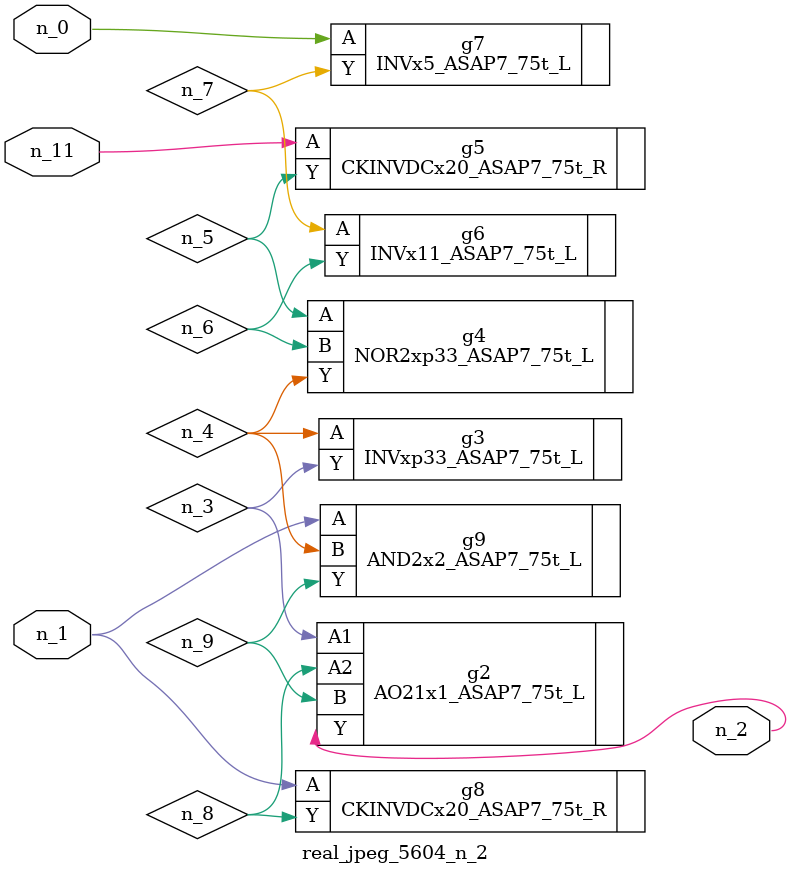
<source format=v>
module real_jpeg_5604_n_2 (n_1, n_11, n_0, n_2);

input n_1;
input n_11;
input n_0;

output n_2;

wire n_5;
wire n_8;
wire n_4;
wire n_6;
wire n_7;
wire n_3;
wire n_9;

INVx5_ASAP7_75t_L g7 ( 
.A(n_0),
.Y(n_7)
);

CKINVDCx20_ASAP7_75t_R g8 ( 
.A(n_1),
.Y(n_8)
);

AND2x2_ASAP7_75t_L g9 ( 
.A(n_1),
.B(n_4),
.Y(n_9)
);

AO21x1_ASAP7_75t_L g2 ( 
.A1(n_3),
.A2(n_8),
.B(n_9),
.Y(n_2)
);

INVxp33_ASAP7_75t_L g3 ( 
.A(n_4),
.Y(n_3)
);

NOR2xp33_ASAP7_75t_L g4 ( 
.A(n_5),
.B(n_6),
.Y(n_4)
);

INVx11_ASAP7_75t_L g6 ( 
.A(n_7),
.Y(n_6)
);

CKINVDCx20_ASAP7_75t_R g5 ( 
.A(n_11),
.Y(n_5)
);


endmodule
</source>
